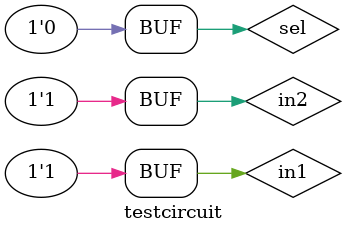
<source format=v>
module testcircuit;
reg in1,in2,sel;
wire out;
mycircuit a(in1,sel,in2,out);
initial begin
in1=0;
sel=1;
in2=0;
#20
in1=1;
sel=1;
in2=0;
#20
in1=1;
sel=1;
in2=1;
#20
in1=1;
sel=0;
in2=1;
end
endmodule

</source>
